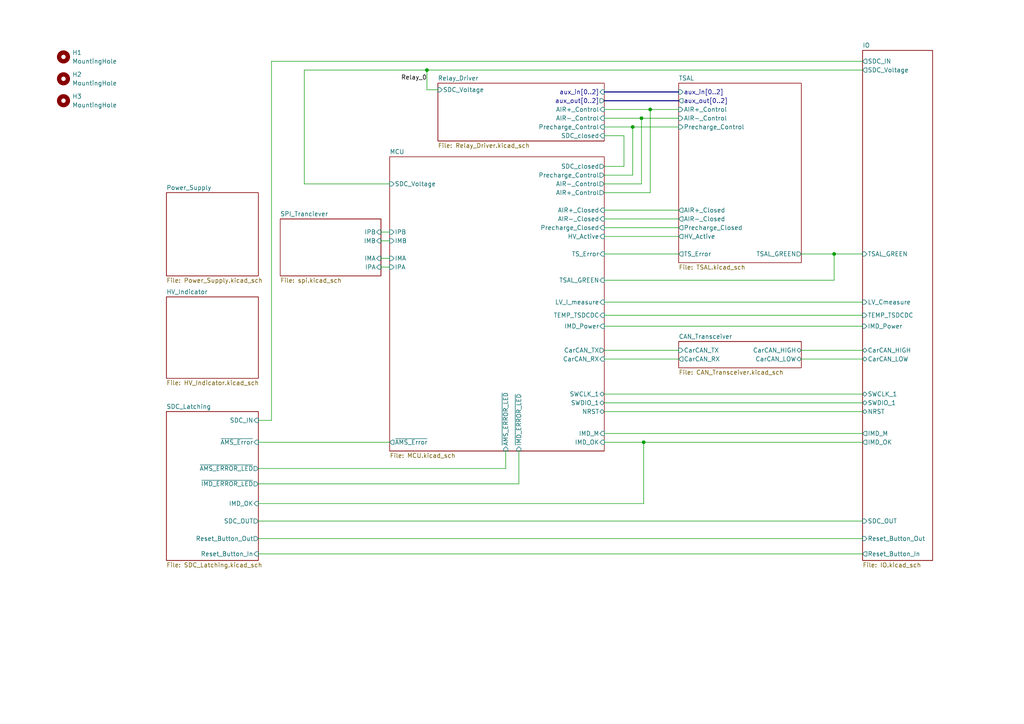
<source format=kicad_sch>
(kicad_sch
	(version 20231120)
	(generator "eeschema")
	(generator_version "8.0")
	(uuid "e63e39d7-6ac0-4ffd-8aa3-1841a4541b55")
	(paper "A4")
	(lib_symbols
		(symbol "Mechanical:MountingHole"
			(pin_names
				(offset 1.016)
			)
			(exclude_from_sim yes)
			(in_bom no)
			(on_board yes)
			(property "Reference" "H"
				(at 0 5.08 0)
				(effects
					(font
						(size 1.27 1.27)
					)
				)
			)
			(property "Value" "MountingHole"
				(at 0 3.175 0)
				(effects
					(font
						(size 1.27 1.27)
					)
				)
			)
			(property "Footprint" ""
				(at 0 0 0)
				(effects
					(font
						(size 1.27 1.27)
					)
					(hide yes)
				)
			)
			(property "Datasheet" "~"
				(at 0 0 0)
				(effects
					(font
						(size 1.27 1.27)
					)
					(hide yes)
				)
			)
			(property "Description" "Mounting Hole without connection"
				(at 0 0 0)
				(effects
					(font
						(size 1.27 1.27)
					)
					(hide yes)
				)
			)
			(property "ki_keywords" "mounting hole"
				(at 0 0 0)
				(effects
					(font
						(size 1.27 1.27)
					)
					(hide yes)
				)
			)
			(property "ki_fp_filters" "MountingHole*"
				(at 0 0 0)
				(effects
					(font
						(size 1.27 1.27)
					)
					(hide yes)
				)
			)
			(symbol "MountingHole_0_1"
				(circle
					(center 0 0)
					(radius 1.27)
					(stroke
						(width 1.27)
						(type default)
					)
					(fill
						(type none)
					)
				)
			)
		)
	)
	(junction
		(at 241.935 73.66)
		(diameter 0)
		(color 0 0 0 0)
		(uuid "0a7f7cff-c29b-4cc6-9d26-e8a073329d15")
	)
	(junction
		(at 123.825 20.32)
		(diameter 0)
		(color 0 0 0 0)
		(uuid "408fafc3-a377-41a0-b7ba-93182cde2895")
	)
	(junction
		(at 186.69 128.27)
		(diameter 0)
		(color 0 0 0 0)
		(uuid "44793ef5-ff1a-4dd7-a42e-e257f8b8042e")
	)
	(junction
		(at 188.595 31.75)
		(diameter 0)
		(color 0 0 0 0)
		(uuid "4978de48-824e-4da0-ad6c-6a4aefa3ff9d")
	)
	(junction
		(at 183.515 36.83)
		(diameter 0)
		(color 0 0 0 0)
		(uuid "7c350bc1-d08e-421e-9df9-7d582d023d7d")
	)
	(junction
		(at 186.055 34.29)
		(diameter 0)
		(color 0 0 0 0)
		(uuid "a1e57cfd-14f7-4329-8eff-f9f55eb71a7d")
	)
	(wire
		(pts
			(xy 180.975 48.26) (xy 180.975 39.37)
		)
		(stroke
			(width 0)
			(type default)
		)
		(uuid "07f9dc8d-c0d0-4dc9-8401-f12e87290517")
	)
	(wire
		(pts
			(xy 188.595 55.88) (xy 188.595 31.75)
		)
		(stroke
			(width 0)
			(type default)
		)
		(uuid "161c37ee-859e-408a-bfc2-59491a96f951")
	)
	(wire
		(pts
			(xy 175.26 36.83) (xy 183.515 36.83)
		)
		(stroke
			(width 0)
			(type default)
		)
		(uuid "1860a00d-f6ff-4922-be20-059a8da73e09")
	)
	(wire
		(pts
			(xy 175.26 94.615) (xy 250.19 94.615)
		)
		(stroke
			(width 0)
			(type default)
		)
		(uuid "18e14012-8379-44ba-bc03-22592befc89a")
	)
	(wire
		(pts
			(xy 175.26 128.27) (xy 186.69 128.27)
		)
		(stroke
			(width 0)
			(type default)
		)
		(uuid "1b75a20a-67f1-4c22-93ad-86624ea64c65")
	)
	(wire
		(pts
			(xy 186.055 34.29) (xy 196.85 34.29)
		)
		(stroke
			(width 0)
			(type default)
		)
		(uuid "1db01ef0-e8ca-4592-b2d3-07fb736a1c26")
	)
	(wire
		(pts
			(xy 110.49 67.31) (xy 113.03 67.31)
		)
		(stroke
			(width 0)
			(type default)
		)
		(uuid "24f82c31-79c3-42d8-ae53-1dfc0417f292")
	)
	(wire
		(pts
			(xy 186.69 128.27) (xy 186.69 146.05)
		)
		(stroke
			(width 0)
			(type default)
		)
		(uuid "30e997bf-188f-4d9b-bd84-fbf9b303fdbc")
	)
	(bus
		(pts
			(xy 175.26 29.21) (xy 196.85 29.21)
		)
		(stroke
			(width 0)
			(type default)
		)
		(uuid "31ffb8c5-4965-42af-9ed5-2cde8d5c615d")
	)
	(wire
		(pts
			(xy 175.26 31.75) (xy 188.595 31.75)
		)
		(stroke
			(width 0)
			(type default)
		)
		(uuid "32c45256-301b-4d4b-9c80-908f3eaa6645")
	)
	(wire
		(pts
			(xy 78.74 17.78) (xy 250.19 17.78)
		)
		(stroke
			(width 0)
			(type default)
		)
		(uuid "39b04c6a-a164-49f1-abea-a3a32285d465")
	)
	(wire
		(pts
			(xy 175.26 81.28) (xy 241.935 81.28)
		)
		(stroke
			(width 0)
			(type default)
		)
		(uuid "3aeadea1-001e-4433-96d3-f973553a40ce")
	)
	(wire
		(pts
			(xy 88.265 53.34) (xy 113.03 53.34)
		)
		(stroke
			(width 0)
			(type default)
		)
		(uuid "43ff35e9-7cd8-4f62-aee2-70328842afeb")
	)
	(wire
		(pts
			(xy 74.93 156.21) (xy 250.19 156.21)
		)
		(stroke
			(width 0)
			(type default)
		)
		(uuid "4c72069e-2911-45fc-ac82-d63dbffe3b04")
	)
	(wire
		(pts
			(xy 183.515 36.83) (xy 183.515 50.8)
		)
		(stroke
			(width 0)
			(type default)
		)
		(uuid "4ec701c3-5b60-44fd-aa98-394de6f7caab")
	)
	(wire
		(pts
			(xy 188.595 31.75) (xy 196.85 31.75)
		)
		(stroke
			(width 0)
			(type default)
		)
		(uuid "51e28119-6df5-4157-ad5a-a917e8c3b6f3")
	)
	(wire
		(pts
			(xy 232.41 104.14) (xy 250.19 104.14)
		)
		(stroke
			(width 0)
			(type default)
		)
		(uuid "52f50848-80d1-428f-ab45-bb31bf0b1bf9")
	)
	(wire
		(pts
			(xy 110.49 77.47) (xy 113.03 77.47)
		)
		(stroke
			(width 0)
			(type default)
		)
		(uuid "54692d45-1676-44b5-883b-2bc41b0fdb8c")
	)
	(wire
		(pts
			(xy 74.93 140.335) (xy 150.495 140.335)
		)
		(stroke
			(width 0)
			(type default)
		)
		(uuid "56636031-e736-471a-aef1-0ac263156ba7")
	)
	(wire
		(pts
			(xy 175.26 73.66) (xy 196.85 73.66)
		)
		(stroke
			(width 0)
			(type default)
		)
		(uuid "59c97f32-e3dc-44cd-97bd-a21f9f2761ed")
	)
	(wire
		(pts
			(xy 175.26 50.8) (xy 183.515 50.8)
		)
		(stroke
			(width 0)
			(type default)
		)
		(uuid "619d8902-06d2-4923-bb65-cfa8d092be87")
	)
	(wire
		(pts
			(xy 74.93 128.27) (xy 113.03 128.27)
		)
		(stroke
			(width 0)
			(type default)
		)
		(uuid "6d2f0521-9da9-4af2-a499-d52735120f75")
	)
	(wire
		(pts
			(xy 110.49 69.85) (xy 113.03 69.85)
		)
		(stroke
			(width 0)
			(type default)
		)
		(uuid "6f739289-0d73-4828-8ed9-0bb5278b8b5b")
	)
	(wire
		(pts
			(xy 150.495 130.81) (xy 150.495 140.335)
		)
		(stroke
			(width 0)
			(type default)
		)
		(uuid "6f995fe1-0166-4ccb-ab08-e9ce4b1480ae")
	)
	(wire
		(pts
			(xy 175.26 114.3) (xy 250.19 114.3)
		)
		(stroke
			(width 0)
			(type default)
		)
		(uuid "72de219e-ea5c-4118-91e1-aa7450812977")
	)
	(wire
		(pts
			(xy 175.26 119.38) (xy 250.19 119.38)
		)
		(stroke
			(width 0)
			(type default)
		)
		(uuid "750042e4-ec72-4b72-a7a1-170d65b6a550")
	)
	(wire
		(pts
			(xy 74.93 121.92) (xy 78.74 121.92)
		)
		(stroke
			(width 0)
			(type default)
		)
		(uuid "78a24785-3b42-46fa-9caf-3fc007c85f2c")
	)
	(wire
		(pts
			(xy 241.935 73.66) (xy 250.19 73.66)
		)
		(stroke
			(width 0)
			(type default)
		)
		(uuid "79c4682b-6f04-465e-bf87-1364ab0de3e5")
	)
	(wire
		(pts
			(xy 241.935 73.66) (xy 241.935 81.28)
		)
		(stroke
			(width 0)
			(type default)
		)
		(uuid "7bf839f6-fe27-416f-b4fb-8b45d66e9c7a")
	)
	(wire
		(pts
			(xy 175.26 53.34) (xy 186.055 53.34)
		)
		(stroke
			(width 0)
			(type default)
		)
		(uuid "7eae9a3b-04d0-4025-90cb-4b284bd379ef")
	)
	(wire
		(pts
			(xy 123.825 26.035) (xy 127 26.035)
		)
		(stroke
			(width 0)
			(type default)
		)
		(uuid "7fe8261e-9374-4542-8746-31b48c970009")
	)
	(wire
		(pts
			(xy 88.265 20.32) (xy 88.265 53.34)
		)
		(stroke
			(width 0)
			(type default)
		)
		(uuid "86c8f75c-d22e-41f4-9b54-7366753afa46")
	)
	(wire
		(pts
			(xy 175.26 66.04) (xy 196.85 66.04)
		)
		(stroke
			(width 0)
			(type default)
		)
		(uuid "879ccb09-3504-4864-9c31-833d63a283d6")
	)
	(wire
		(pts
			(xy 175.26 34.29) (xy 186.055 34.29)
		)
		(stroke
			(width 0)
			(type default)
		)
		(uuid "8893e1cb-365b-4c9c-a85e-2244f030fd1e")
	)
	(wire
		(pts
			(xy 110.49 74.93) (xy 113.03 74.93)
		)
		(stroke
			(width 0)
			(type default)
		)
		(uuid "8b1d64f7-3258-49b4-92aa-93c8541190ba")
	)
	(wire
		(pts
			(xy 232.41 73.66) (xy 241.935 73.66)
		)
		(stroke
			(width 0)
			(type default)
		)
		(uuid "8f2e9e26-e3f1-440c-a826-c9d96000f0ea")
	)
	(wire
		(pts
			(xy 186.69 128.27) (xy 250.19 128.27)
		)
		(stroke
			(width 0)
			(type default)
		)
		(uuid "970ec349-aa6c-4058-9a8a-06f8b0ada789")
	)
	(wire
		(pts
			(xy 123.825 20.32) (xy 123.825 26.035)
		)
		(stroke
			(width 0)
			(type default)
		)
		(uuid "9eaca443-67c5-43d3-a2cb-8dc2134d743d")
	)
	(wire
		(pts
			(xy 175.26 87.63) (xy 250.19 87.63)
		)
		(stroke
			(width 0)
			(type default)
		)
		(uuid "a07ba9bc-6ee6-4356-918f-f47ec7cc369e")
	)
	(wire
		(pts
			(xy 74.93 160.655) (xy 250.19 160.655)
		)
		(stroke
			(width 0)
			(type default)
		)
		(uuid "a14d2587-5011-4932-895b-968b85fb9c29")
	)
	(wire
		(pts
			(xy 175.26 125.73) (xy 250.19 125.73)
		)
		(stroke
			(width 0)
			(type default)
		)
		(uuid "a268a543-1d94-4c7d-9e93-681aa6017876")
	)
	(wire
		(pts
			(xy 175.26 68.58) (xy 196.85 68.58)
		)
		(stroke
			(width 0)
			(type default)
		)
		(uuid "b509a92c-b91c-4e42-b9e3-f73c6491975d")
	)
	(wire
		(pts
			(xy 175.26 101.6) (xy 196.85 101.6)
		)
		(stroke
			(width 0)
			(type default)
		)
		(uuid "bbd9a530-d966-44db-b792-6b8364074399")
	)
	(wire
		(pts
			(xy 183.515 36.83) (xy 196.85 36.83)
		)
		(stroke
			(width 0)
			(type default)
		)
		(uuid "bd7c142b-1b4a-4e3e-891a-2fc7994c4031")
	)
	(wire
		(pts
			(xy 180.975 39.37) (xy 175.26 39.37)
		)
		(stroke
			(width 0)
			(type default)
		)
		(uuid "c4a85f6c-5ba7-40d8-af18-4a31720497a2")
	)
	(wire
		(pts
			(xy 175.26 116.84) (xy 250.19 116.84)
		)
		(stroke
			(width 0)
			(type default)
		)
		(uuid "c7fe1963-cd78-4101-8ef6-6dcc644a8e7d")
	)
	(wire
		(pts
			(xy 175.26 91.44) (xy 250.19 91.44)
		)
		(stroke
			(width 0)
			(type default)
		)
		(uuid "cca14e52-daa2-472f-b950-9a1276c72fee")
	)
	(bus
		(pts
			(xy 175.26 26.67) (xy 196.85 26.67)
		)
		(stroke
			(width 0)
			(type default)
		)
		(uuid "cea651cf-4b09-4040-866b-09f29baccde7")
	)
	(wire
		(pts
			(xy 74.93 151.13) (xy 250.19 151.13)
		)
		(stroke
			(width 0)
			(type default)
		)
		(uuid "d0c6c499-7a00-48b4-bd4b-891bbdb16994")
	)
	(wire
		(pts
			(xy 146.685 135.89) (xy 146.685 130.81)
		)
		(stroke
			(width 0)
			(type default)
		)
		(uuid "d316bfb3-2c73-4ff1-84e3-75c482cbfaa2")
	)
	(wire
		(pts
			(xy 175.26 104.14) (xy 196.85 104.14)
		)
		(stroke
			(width 0)
			(type default)
		)
		(uuid "d53b8b6f-dec9-4a34-9e59-6fc2f5bafc6c")
	)
	(wire
		(pts
			(xy 175.26 63.5) (xy 196.85 63.5)
		)
		(stroke
			(width 0)
			(type default)
		)
		(uuid "d88aee4c-fb2b-496d-98dc-785013c70a8c")
	)
	(wire
		(pts
			(xy 180.975 48.26) (xy 175.26 48.26)
		)
		(stroke
			(width 0)
			(type default)
		)
		(uuid "df7a4fb7-c0df-4747-a51c-5b6d57141fc8")
	)
	(wire
		(pts
			(xy 74.93 135.89) (xy 146.685 135.89)
		)
		(stroke
			(width 0)
			(type default)
		)
		(uuid "e0757bcb-e970-4f03-94f2-6301484ac229")
	)
	(wire
		(pts
			(xy 123.825 20.32) (xy 250.19 20.32)
		)
		(stroke
			(width 0)
			(type default)
		)
		(uuid "e4022d97-9262-4b9e-8880-03a4afd73d19")
	)
	(wire
		(pts
			(xy 74.93 146.05) (xy 186.69 146.05)
		)
		(stroke
			(width 0)
			(type default)
		)
		(uuid "ea203829-7c79-4d55-8c55-d3d8ecb641ef")
	)
	(wire
		(pts
			(xy 88.265 20.32) (xy 123.825 20.32)
		)
		(stroke
			(width 0)
			(type default)
		)
		(uuid "ec66eea5-ae96-4bf7-93db-2f86111f3986")
	)
	(wire
		(pts
			(xy 78.74 17.78) (xy 78.74 121.92)
		)
		(stroke
			(width 0)
			(type default)
		)
		(uuid "ef04e179-1035-430f-b8a3-37f6edb09c73")
	)
	(wire
		(pts
			(xy 232.41 101.6) (xy 250.19 101.6)
		)
		(stroke
			(width 0)
			(type default)
		)
		(uuid "f4eb62d3-6998-4510-806f-341547b3745d")
	)
	(wire
		(pts
			(xy 186.055 34.29) (xy 186.055 53.34)
		)
		(stroke
			(width 0)
			(type default)
		)
		(uuid "f883506b-40b7-4a33-8b08-87bb566721c7")
	)
	(wire
		(pts
			(xy 175.26 60.96) (xy 196.85 60.96)
		)
		(stroke
			(width 0)
			(type default)
		)
		(uuid "f9d34e50-92ea-47a4-8b48-a188792d1fba")
	)
	(wire
		(pts
			(xy 175.26 55.88) (xy 188.595 55.88)
		)
		(stroke
			(width 0)
			(type default)
		)
		(uuid "fa484b90-07b7-4a9e-9fea-6e2a33d9559c")
	)
	(label "Relay_0"
		(at 123.825 23.495 180)
		(fields_autoplaced yes)
		(effects
			(font
				(size 1.27 1.27)
				(color 0 0 0 1)
			)
			(justify right bottom)
		)
		(uuid "5a0c03f1-96bf-4aa0-a982-95eb41ebc984")
		(property "Netclass" "Relay"
			(at 123.825 24.765 0)
			(effects
				(font
					(size 1.27 1.27)
					(bold yes)
					(italic yes)
				)
				(justify right)
				(hide yes)
			)
		)
	)
	(symbol
		(lib_id "Mechanical:MountingHole")
		(at 18.415 22.86 0)
		(unit 1)
		(exclude_from_sim yes)
		(in_bom no)
		(on_board yes)
		(dnp no)
		(fields_autoplaced yes)
		(uuid "21853630-98ed-40d6-a6a4-eace38ba178b")
		(property "Reference" "H2"
			(at 20.955 21.5899 0)
			(effects
				(font
					(size 1.27 1.27)
				)
				(justify left)
			)
		)
		(property "Value" "MountingHole"
			(at 20.955 24.1299 0)
			(effects
				(font
					(size 1.27 1.27)
				)
				(justify left)
			)
		)
		(property "Footprint" "MountingHole:MountingHole_4.3mm_M4"
			(at 18.415 22.86 0)
			(effects
				(font
					(size 1.27 1.27)
				)
				(hide yes)
			)
		)
		(property "Datasheet" "~"
			(at 18.415 22.86 0)
			(effects
				(font
					(size 1.27 1.27)
				)
				(hide yes)
			)
		)
		(property "Description" "Mounting Hole without connection"
			(at 18.415 22.86 0)
			(effects
				(font
					(size 1.27 1.27)
				)
				(hide yes)
			)
		)
		(instances
			(project "Master_FT25"
				(path "/e63e39d7-6ac0-4ffd-8aa3-1841a4541b55"
					(reference "H2")
					(unit 1)
				)
			)
		)
	)
	(symbol
		(lib_id "Mechanical:MountingHole")
		(at 18.415 16.51 0)
		(unit 1)
		(exclude_from_sim yes)
		(in_bom no)
		(on_board yes)
		(dnp no)
		(fields_autoplaced yes)
		(uuid "a2972b97-1264-4697-a55c-9d28d1e676e2")
		(property "Reference" "H1"
			(at 20.955 15.2399 0)
			(effects
				(font
					(size 1.27 1.27)
				)
				(justify left)
			)
		)
		(property "Value" "MountingHole"
			(at 20.955 17.7799 0)
			(effects
				(font
					(size 1.27 1.27)
				)
				(justify left)
			)
		)
		(property "Footprint" "MountingHole:MountingHole_4.3mm_M4"
			(at 18.415 16.51 0)
			(effects
				(font
					(size 1.27 1.27)
				)
				(hide yes)
			)
		)
		(property "Datasheet" "~"
			(at 18.415 16.51 0)
			(effects
				(font
					(size 1.27 1.27)
				)
				(hide yes)
			)
		)
		(property "Description" "Mounting Hole without connection"
			(at 18.415 16.51 0)
			(effects
				(font
					(size 1.27 1.27)
				)
				(hide yes)
			)
		)
		(instances
			(project "Master_FT25"
				(path "/e63e39d7-6ac0-4ffd-8aa3-1841a4541b55"
					(reference "H1")
					(unit 1)
				)
			)
		)
	)
	(symbol
		(lib_id "Mechanical:MountingHole")
		(at 18.415 29.21 0)
		(unit 1)
		(exclude_from_sim yes)
		(in_bom no)
		(on_board yes)
		(dnp no)
		(fields_autoplaced yes)
		(uuid "d1527598-7f4d-46c2-9d81-1aa748b9fa8d")
		(property "Reference" "H3"
			(at 20.955 27.9399 0)
			(effects
				(font
					(size 1.27 1.27)
				)
				(justify left)
			)
		)
		(property "Value" "MountingHole"
			(at 20.955 30.4799 0)
			(effects
				(font
					(size 1.27 1.27)
				)
				(justify left)
			)
		)
		(property "Footprint" "MountingHole:MountingHole_4.3mm_M4"
			(at 18.415 29.21 0)
			(effects
				(font
					(size 1.27 1.27)
				)
				(hide yes)
			)
		)
		(property "Datasheet" "~"
			(at 18.415 29.21 0)
			(effects
				(font
					(size 1.27 1.27)
				)
				(hide yes)
			)
		)
		(property "Description" "Mounting Hole without connection"
			(at 18.415 29.21 0)
			(effects
				(font
					(size 1.27 1.27)
				)
				(hide yes)
			)
		)
		(instances
			(project "Master_FT25"
				(path "/e63e39d7-6ac0-4ffd-8aa3-1841a4541b55"
					(reference "H3")
					(unit 1)
				)
			)
		)
	)
	(sheet
		(at 48.26 119.38)
		(size 26.67 43.18)
		(fields_autoplaced yes)
		(stroke
			(width 0.1524)
			(type solid)
		)
		(fill
			(color 0 0 0 0.0000)
		)
		(uuid "1faf3ef0-baac-46e1-a293-a43d671ef048")
		(property "Sheetname" "SDC_Latching"
			(at 48.26 118.6684 0)
			(effects
				(font
					(size 1.27 1.27)
				)
				(justify left bottom)
			)
		)
		(property "Sheetfile" "SDC_Latching.kicad_sch"
			(at 48.26 163.1446 0)
			(effects
				(font
					(size 1.27 1.27)
				)
				(justify left top)
			)
		)
		(pin "Reset_Button_In" input
			(at 74.93 160.655 0)
			(effects
				(font
					(size 1.27 1.27)
				)
				(justify right)
			)
			(uuid "d29d350b-902b-4201-b78d-3987c1d43101")
		)
		(pin "Reset_Button_Out" output
			(at 74.93 156.21 0)
			(effects
				(font
					(size 1.27 1.27)
				)
				(justify right)
			)
			(uuid "b3467c47-149f-4dd6-96a3-1425c5e65cd6")
		)
		(pin "SDC_OUT" output
			(at 74.93 151.13 0)
			(effects
				(font
					(size 1.27 1.27)
				)
				(justify right)
			)
			(uuid "04195bc4-f957-489b-8e05-747e1a2601f4")
		)
		(pin "SDC_IN" input
			(at 74.93 121.92 0)
			(effects
				(font
					(size 1.27 1.27)
				)
				(justify right)
			)
			(uuid "92e1de3b-0808-4574-9811-f75c22fccddf")
		)
		(pin "~{AMS_Error}" input
			(at 74.93 128.27 0)
			(effects
				(font
					(size 1.27 1.27)
				)
				(justify right)
			)
			(uuid "d4f4818d-c3c7-4eeb-9c52-aad858d58f30")
		)
		(pin "IMD_OK" input
			(at 74.93 146.05 0)
			(effects
				(font
					(size 1.27 1.27)
				)
				(justify right)
			)
			(uuid "44e26c19-37fa-4e80-adb7-6f8f90521f09")
		)
		(pin "~{AMS_ERROR_LED}" output
			(at 74.93 135.89 0)
			(effects
				(font
					(size 1.27 1.27)
				)
				(justify right)
			)
			(uuid "db873ff3-3fa6-46f9-acf2-1776292c3326")
		)
		(pin "~{IMD_ERROR_LED}" output
			(at 74.93 140.335 0)
			(effects
				(font
					(size 1.27 1.27)
				)
				(justify right)
			)
			(uuid "1e0ea0b3-c0a4-42d3-b88d-ab6314267023")
		)
		(instances
			(project "Master_FT25"
				(path "/e63e39d7-6ac0-4ffd-8aa3-1841a4541b55"
					(page "10")
				)
			)
		)
	)
	(sheet
		(at 48.26 55.88)
		(size 26.67 24.13)
		(fields_autoplaced yes)
		(stroke
			(width 0.1524)
			(type solid)
		)
		(fill
			(color 0 0 0 0.0000)
		)
		(uuid "22dc17c4-8352-43f2-bb65-d704323b2333")
		(property "Sheetname" "Power_Supply"
			(at 48.26 55.1684 0)
			(effects
				(font
					(size 1.27 1.27)
				)
				(justify left bottom)
			)
		)
		(property "Sheetfile" "Power_Supply.kicad_sch"
			(at 48.26 80.5946 0)
			(effects
				(font
					(size 1.27 1.27)
				)
				(justify left top)
			)
		)
		(instances
			(project "Master_FT25"
				(path "/e63e39d7-6ac0-4ffd-8aa3-1841a4541b55"
					(page "8")
				)
			)
		)
	)
	(sheet
		(at 196.85 24.13)
		(size 35.56 52.07)
		(fields_autoplaced yes)
		(stroke
			(width 0.1524)
			(type solid)
		)
		(fill
			(color 0 0 0 0.0000)
		)
		(uuid "5ce1aa0c-f98f-4b94-80bd-f188cf4c57de")
		(property "Sheetname" "TSAL"
			(at 196.85 23.4184 0)
			(effects
				(font
					(size 1.27 1.27)
				)
				(justify left bottom)
			)
		)
		(property "Sheetfile" "TSAL.kicad_sch"
			(at 196.85 76.7846 0)
			(effects
				(font
					(size 1.27 1.27)
				)
				(justify left top)
			)
		)
		(pin "AIR-_Closed" output
			(at 196.85 63.5 180)
			(effects
				(font
					(size 1.27 1.27)
				)
				(justify left)
			)
			(uuid "7f4f978d-1e5d-4a43-b1bf-c4fa7649bd7e")
		)
		(pin "AIR-_Control" input
			(at 196.85 34.29 180)
			(effects
				(font
					(size 1.27 1.27)
				)
				(justify left)
			)
			(uuid "14206ec6-7d56-4612-a521-5201573867ec")
		)
		(pin "AIR+_Control" input
			(at 196.85 31.75 180)
			(effects
				(font
					(size 1.27 1.27)
				)
				(justify left)
			)
			(uuid "97639659-6003-4e23-b4ab-f30326d3a9e4")
		)
		(pin "AIR+_Closed" output
			(at 196.85 60.96 180)
			(effects
				(font
					(size 1.27 1.27)
				)
				(justify left)
			)
			(uuid "6395d9db-d4bc-4c2e-9617-d5b2bf2defa3")
		)
		(pin "HV_Active" output
			(at 196.85 68.58 180)
			(effects
				(font
					(size 1.27 1.27)
				)
				(justify left)
			)
			(uuid "9bc0c846-6b29-4e4d-a0d2-1bffadd4b174")
		)
		(pin "aux_in[0..2]" input
			(at 196.85 26.67 180)
			(effects
				(font
					(size 1.27 1.27)
				)
				(justify left)
			)
			(uuid "62f5980a-ba24-42c2-bf17-3ba93154ccbe")
		)
		(pin "aux_out[0..2]" output
			(at 196.85 29.21 180)
			(effects
				(font
					(size 1.27 1.27)
				)
				(justify left)
			)
			(uuid "7b7686bc-62db-4756-a60c-2a44d69edb52")
		)
		(pin "TS_Error" output
			(at 196.85 73.66 180)
			(effects
				(font
					(size 1.27 1.27)
				)
				(justify left)
			)
			(uuid "2448d2bd-f095-4512-bdbb-8c68f77aacaa")
		)
		(pin "Precharge_Closed" output
			(at 196.85 66.04 180)
			(effects
				(font
					(size 1.27 1.27)
				)
				(justify left)
			)
			(uuid "93060461-877f-42a6-80bd-dbb98ff86726")
		)
		(pin "Precharge_Control" input
			(at 196.85 36.83 180)
			(effects
				(font
					(size 1.27 1.27)
				)
				(justify left)
			)
			(uuid "1df4d53f-ddfd-42ee-ba3c-fb3c93ade126")
		)
		(pin "TSAL_GREEN" output
			(at 232.41 73.66 0)
			(effects
				(font
					(size 1.27 1.27)
				)
				(justify right)
			)
			(uuid "a160ed03-0ccc-4e23-a6c8-c4e67a7fba77")
		)
		(instances
			(project "Master_FT25"
				(path "/e63e39d7-6ac0-4ffd-8aa3-1841a4541b55"
					(page "2")
				)
			)
		)
	)
	(sheet
		(at 48.26 86.106)
		(size 26.67 23.622)
		(fields_autoplaced yes)
		(stroke
			(width 0.1524)
			(type solid)
		)
		(fill
			(color 0 0 0 0.0000)
		)
		(uuid "79aa61b0-3913-4dd5-85ac-a55bcc701429")
		(property "Sheetname" "HV_Indicator"
			(at 48.26 85.3944 0)
			(effects
				(font
					(size 1.27 1.27)
				)
				(justify left bottom)
			)
		)
		(property "Sheetfile" "HV_Indicator.kicad_sch"
			(at 48.26 110.3126 0)
			(effects
				(font
					(size 1.27 1.27)
				)
				(justify left top)
			)
		)
		(instances
			(project "Master_FT25"
				(path "/e63e39d7-6ac0-4ffd-8aa3-1841a4541b55"
					(page "11")
				)
			)
		)
	)
	(sheet
		(at 81.28 63.5)
		(size 29.21 16.51)
		(fields_autoplaced yes)
		(stroke
			(width 0.1524)
			(type solid)
		)
		(fill
			(color 0 0 0 0.0000)
		)
		(uuid "7ea6d794-d6f7-459d-b00f-ed5a8a0446d9")
		(property "Sheetname" "SPI_Tranciever"
			(at 81.28 62.7884 0)
			(effects
				(font
					(size 1.27 1.27)
				)
				(justify left bottom)
			)
		)
		(property "Sheetfile" "spi.kicad_sch"
			(at 81.28 80.5946 0)
			(effects
				(font
					(size 1.27 1.27)
				)
				(justify left top)
			)
		)
		(pin "IPB" input
			(at 110.49 67.31 0)
			(effects
				(font
					(size 1.27 1.27)
				)
				(justify right)
			)
			(uuid "12d18ded-a9ec-4a47-a265-cb4b48bd9928")
		)
		(pin "IMB" input
			(at 110.49 69.85 0)
			(effects
				(font
					(size 1.27 1.27)
				)
				(justify right)
			)
			(uuid "4f5cbb16-21f4-4acb-beed-5735b597fc51")
		)
		(pin "IMA" input
			(at 110.49 74.93 0)
			(effects
				(font
					(size 1.27 1.27)
				)
				(justify right)
			)
			(uuid "fd58e044-12b4-4992-9f63-d59e347d92a5")
		)
		(pin "IPA" input
			(at 110.49 77.47 0)
			(effects
				(font
					(size 1.27 1.27)
				)
				(justify right)
			)
			(uuid "212208da-4d93-4618-932d-5d0895edf826")
		)
		(instances
			(project "Master_FT25"
				(path "/e63e39d7-6ac0-4ffd-8aa3-1841a4541b55"
					(page "15")
				)
			)
		)
	)
	(sheet
		(at 127 24.13)
		(size 48.26 16.764)
		(fields_autoplaced yes)
		(stroke
			(width 0.1524)
			(type solid)
		)
		(fill
			(color 0 0 0 0.0000)
		)
		(uuid "95b8e8bb-175b-4c26-b28f-f18dafbb4793")
		(property "Sheetname" "Relay_Driver"
			(at 127 23.4184 0)
			(effects
				(font
					(size 1.27 1.27)
				)
				(justify left bottom)
			)
		)
		(property "Sheetfile" "Relay_Driver.kicad_sch"
			(at 127 41.4786 0)
			(effects
				(font
					(size 1.27 1.27)
				)
				(justify left top)
			)
		)
		(pin "AIR-_Control" input
			(at 175.26 34.29 0)
			(effects
				(font
					(size 1.27 1.27)
				)
				(justify right)
			)
			(uuid "7edf1e41-024c-4116-abe5-cfef0d5a0efc")
		)
		(pin "AIR+_Control" input
			(at 175.26 31.75 0)
			(effects
				(font
					(size 1.27 1.27)
				)
				(justify right)
			)
			(uuid "6e3f7547-4f06-4521-bf16-8b7f213f0b60")
		)
		(pin "aux_out[0..2]" output
			(at 175.26 29.21 0)
			(effects
				(font
					(size 1.27 1.27)
				)
				(justify right)
			)
			(uuid "bf289db5-5459-48e2-b88f-d9d16213c777")
		)
		(pin "aux_in[0..2]" input
			(at 175.26 26.67 0)
			(effects
				(font
					(size 1.27 1.27)
				)
				(justify right)
			)
			(uuid "870086fa-587c-431c-a862-2d36619d4ebf")
		)
		(pin "Precharge_Control" input
			(at 175.26 36.83 0)
			(effects
				(font
					(size 1.27 1.27)
				)
				(justify right)
			)
			(uuid "64c41c50-b9c1-41ea-996a-a9c20799ff11")
		)
		(pin "SDC_Voltage" input
			(at 127 26.035 180)
			(effects
				(font
					(size 1.27 1.27)
				)
				(justify left)
			)
			(uuid "4d634957-f32f-40f3-8540-70e44430ba5a")
		)
		(pin "SDC_closed" input
			(at 175.26 39.37 0)
			(effects
				(font
					(size 1.27 1.27)
				)
				(justify right)
			)
			(uuid "4c65f1ce-a9bc-4c5f-8403-bedb975d8eb2")
		)
		(instances
			(project "Master_FT25"
				(path "/e63e39d7-6ac0-4ffd-8aa3-1841a4541b55"
					(page "9")
				)
			)
		)
	)
	(sheet
		(at 113.03 45.466)
		(size 62.23 85.344)
		(fields_autoplaced yes)
		(stroke
			(width 0.1524)
			(type solid)
		)
		(fill
			(color 0 0 0 0.0000)
		)
		(uuid "9b70877c-37a9-427a-bda0-c62874ddc559")
		(property "Sheetname" "MCU"
			(at 113.03 44.7544 0)
			(effects
				(font
					(size 1.27 1.27)
				)
				(justify left bottom)
			)
		)
		(property "Sheetfile" "MCU.kicad_sch"
			(at 113.03 131.3946 0)
			(effects
				(font
					(size 1.27 1.27)
				)
				(justify left top)
			)
		)
		(pin "CarCAN_TX" output
			(at 175.26 101.6 0)
			(effects
				(font
					(size 1.27 1.27)
				)
				(justify right)
			)
			(uuid "f47ef6c8-b550-4302-a5a7-6ab5a6184e74")
		)
		(pin "SWCLK_1" bidirectional
			(at 175.26 114.3 0)
			(effects
				(font
					(size 1.27 1.27)
				)
				(justify right)
			)
			(uuid "605a061b-4108-46bb-8fff-97cfb674055b")
		)
		(pin "SWDIO_1" bidirectional
			(at 175.26 116.84 0)
			(effects
				(font
					(size 1.27 1.27)
				)
				(justify right)
			)
			(uuid "92a776b3-e16c-4951-958d-ef2fb53709a9")
		)
		(pin "CarCAN_RX" input
			(at 175.26 104.14 0)
			(effects
				(font
					(size 1.27 1.27)
				)
				(justify right)
			)
			(uuid "04553aed-dc09-4ba7-a9b1-ab4eaf95146d")
		)
		(pin "AIR+_Control" output
			(at 175.26 55.88 0)
			(effects
				(font
					(size 1.27 1.27)
				)
				(justify right)
			)
			(uuid "2269f88f-a85c-4266-ac04-95bf13eb0efd")
		)
		(pin "AIR-_Control" output
			(at 175.26 53.34 0)
			(effects
				(font
					(size 1.27 1.27)
				)
				(justify right)
			)
			(uuid "d79f89ef-7e64-42d3-9138-46893922b4a9")
		)
		(pin "HV_Active" input
			(at 175.26 68.58 0)
			(effects
				(font
					(size 1.27 1.27)
				)
				(justify right)
			)
			(uuid "c20f76e0-182a-4af7-a081-ae1f520a5b95")
		)
		(pin "AIR+_Closed" input
			(at 175.26 60.96 0)
			(effects
				(font
					(size 1.27 1.27)
				)
				(justify right)
			)
			(uuid "125a1f4f-2acf-4cea-9a03-25b35d16fb96")
		)
		(pin "AIR-_Closed" input
			(at 175.26 63.5 0)
			(effects
				(font
					(size 1.27 1.27)
				)
				(justify right)
			)
			(uuid "fbfd2a87-a250-44fd-96a7-e8079404fc85")
		)
		(pin "SDC_Voltage" input
			(at 113.03 53.34 180)
			(effects
				(font
					(size 1.27 1.27)
				)
				(justify left)
			)
			(uuid "3329bc08-3485-4d06-b547-eed9d73de875")
		)
		(pin "IMD_OK" input
			(at 175.26 128.27 0)
			(effects
				(font
					(size 1.27 1.27)
				)
				(justify right)
			)
			(uuid "2f1fce94-ecdd-445f-a70b-53aa628f7126")
		)
		(pin "TS_Error" input
			(at 175.26 73.66 0)
			(effects
				(font
					(size 1.27 1.27)
				)
				(justify right)
			)
			(uuid "e3623c8f-21c5-4339-8297-19f16439a3f4")
		)
		(pin "IMD_M" input
			(at 175.26 125.73 0)
			(effects
				(font
					(size 1.27 1.27)
				)
				(justify right)
			)
			(uuid "8bae7699-4069-414c-8d5a-73d7082e11e5")
		)
		(pin "Precharge_Control" output
			(at 175.26 50.8 0)
			(effects
				(font
					(size 1.27 1.27)
				)
				(justify right)
			)
			(uuid "cdca4c58-1262-4bde-80f4-02b467f8aafe")
		)
		(pin "Precharge_Closed" input
			(at 175.26 66.04 0)
			(effects
				(font
					(size 1.27 1.27)
				)
				(justify right)
			)
			(uuid "f2f0c2fe-7ac4-4a48-bfa7-9d0e6e156dc7")
		)
		(pin "~{AMS_Error}" output
			(at 113.03 128.27 180)
			(effects
				(font
					(size 1.27 1.27)
				)
				(justify left)
			)
			(uuid "65e84e94-ce74-43d6-a40c-f2a3cd2a6ac8")
		)
		(pin "IMB" input
			(at 113.03 69.85 180)
			(effects
				(font
					(size 1.27 1.27)
				)
				(justify left)
			)
			(uuid "9695f347-9a45-415a-a0c0-c9817bf10ea3")
		)
		(pin "IMA" input
			(at 113.03 74.93 180)
			(effects
				(font
					(size 1.27 1.27)
				)
				(justify left)
			)
			(uuid "a62c6dcb-8b7d-4a24-adec-3aba3d84e6ab")
		)
		(pin "IPA" input
			(at 113.03 77.47 180)
			(effects
				(font
					(size 1.27 1.27)
				)
				(justify left)
			)
			(uuid "409a6711-a53b-4ad0-a904-98393d158eed")
		)
		(pin "IPB" input
			(at 113.03 67.31 180)
			(effects
				(font
					(size 1.27 1.27)
				)
				(justify left)
			)
			(uuid "a0783acc-e661-4dd4-bb10-3985abf0e608")
		)
		(pin "~{IMD_ERROR_LED}" input
			(at 150.495 130.81 270)
			(effects
				(font
					(size 1.27 1.27)
				)
				(justify left)
			)
			(uuid "3c6c52fa-82f4-40f6-8656-08db2fe24843")
		)
		(pin "~{AMS_ERROR_LED}" input
			(at 146.685 130.81 270)
			(effects
				(font
					(size 1.27 1.27)
				)
				(justify left)
			)
			(uuid "98921bb8-c18c-427f-8b3d-3fbc3b24206d")
		)
		(pin "TSAL_GREEN" input
			(at 175.26 81.28 0)
			(effects
				(font
					(size 1.27 1.27)
				)
				(justify right)
			)
			(uuid "c8c1c101-9fca-4c91-b1ff-0ae7a322ed0e")
		)
		(pin "IMD_Power" input
			(at 175.26 94.615 0)
			(effects
				(font
					(size 1.27 1.27)
				)
				(justify right)
			)
			(uuid "b5f88973-9cf9-48af-a376-4344bfa40928")
		)
		(pin "NRST" bidirectional
			(at 175.26 119.38 0)
			(effects
				(font
					(size 1.27 1.27)
				)
				(justify right)
			)
			(uuid "e05a939d-5d9f-44c5-82f0-715cf4d59192")
		)
		(pin "TEMP_TSDCDC" input
			(at 175.26 91.44 0)
			(effects
				(font
					(size 1.27 1.27)
				)
				(justify right)
			)
			(uuid "bad1f67e-a092-4c65-b87d-da69f8343546")
		)
		(pin "LV_I_measure" input
			(at 175.26 87.63 0)
			(effects
				(font
					(size 1.27 1.27)
				)
				(justify right)
			)
			(uuid "df232280-6528-402f-ac89-b7daf1a541da")
		)
		(pin "SDC_closed" output
			(at 175.26 48.26 0)
			(effects
				(font
					(size 1.27 1.27)
				)
				(justify right)
			)
			(uuid "4a5bc6b5-50fc-478c-97e0-cca7410217ca")
		)
		(instances
			(project "Master_FT25"
				(path "/e63e39d7-6ac0-4ffd-8aa3-1841a4541b55"
					(page "7")
				)
			)
		)
	)
	(sheet
		(at 196.85 99.06)
		(size 35.56 7.62)
		(fields_autoplaced yes)
		(stroke
			(width 0.1524)
			(type solid)
		)
		(fill
			(color 0 0 0 0.0000)
		)
		(uuid "c358f375-f19f-4341-b85b-3ee34c210f74")
		(property "Sheetname" "CAN_Transceiver"
			(at 196.85 98.3484 0)
			(effects
				(font
					(size 1.27 1.27)
				)
				(justify left bottom)
			)
		)
		(property "Sheetfile" "CAN_Transceiver.kicad_sch"
			(at 196.85 107.2646 0)
			(effects
				(font
					(size 1.27 1.27)
				)
				(justify left top)
			)
		)
		(pin "CarCAN_HIGH" bidirectional
			(at 232.41 101.6 0)
			(effects
				(font
					(size 1.27 1.27)
				)
				(justify right)
			)
			(uuid "fa65e9f0-a816-4cfb-b357-ecef57b3b82d")
		)
		(pin "CarCAN_LOW" bidirectional
			(at 232.41 104.14 0)
			(effects
				(font
					(size 1.27 1.27)
				)
				(justify right)
			)
			(uuid "934324c6-b02c-4f3e-ac08-05f9d8568f0c")
		)
		(pin "CarCAN_RX" output
			(at 196.85 104.14 180)
			(effects
				(font
					(size 1.27 1.27)
				)
				(justify left)
			)
			(uuid "31629ba9-9ca0-47ad-8673-f9b3b28a9e35")
		)
		(pin "CarCAN_TX" input
			(at 196.85 101.6 180)
			(effects
				(font
					(size 1.27 1.27)
				)
				(justify left)
			)
			(uuid "8d8c23ec-d24d-4183-b1f7-cf9ad53f8460")
		)
		(instances
			(project "Master_FT25"
				(path "/e63e39d7-6ac0-4ffd-8aa3-1841a4541b55"
					(page "9")
				)
			)
		)
	)
	(sheet
		(at 250.19 14.605)
		(size 20.32 147.955)
		(fields_autoplaced yes)
		(stroke
			(width 0.1524)
			(type solid)
		)
		(fill
			(color 0 0 0 0.0000)
		)
		(uuid "e59bef98-744e-4b2e-ac94-b25961b27b6b")
		(property "Sheetname" "IO"
			(at 250.19 13.8934 0)
			(effects
				(font
					(size 1.27 1.27)
				)
				(justify left bottom)
			)
		)
		(property "Sheetfile" "IO.kicad_sch"
			(at 250.19 163.1446 0)
			(effects
				(font
					(size 1.27 1.27)
				)
				(justify left top)
			)
		)
		(pin "IMD_OK" output
			(at 250.19 128.27 180)
			(effects
				(font
					(size 1.27 1.27)
				)
				(justify left)
			)
			(uuid "73a53e5f-47d4-429e-b637-fe2428dc243a")
		)
		(pin "CarCAN_HIGH" bidirectional
			(at 250.19 101.6 180)
			(effects
				(font
					(size 1.27 1.27)
				)
				(justify left)
			)
			(uuid "cfd54fc9-5d46-422b-b49a-82ec9ef3d301")
		)
		(pin "CarCAN_LOW" bidirectional
			(at 250.19 104.14 180)
			(effects
				(font
					(size 1.27 1.27)
				)
				(justify left)
			)
			(uuid "4908e932-225b-41df-985d-1241673c0a49")
		)
		(pin "SDC_OUT" input
			(at 250.19 151.13 180)
			(effects
				(font
					(size 1.27 1.27)
				)
				(justify left)
			)
			(uuid "34508969-254e-4438-9b33-7cb21198ee8f")
		)
		(pin "SDC_IN" output
			(at 250.19 17.78 180)
			(effects
				(font
					(size 1.27 1.27)
				)
				(justify left)
			)
			(uuid "8495abc2-3730-425c-b838-1c99612cd81e")
		)
		(pin "SWCLK_1" bidirectional
			(at 250.19 114.3 180)
			(effects
				(font
					(size 1.27 1.27)
				)
				(justify left)
			)
			(uuid "437f6c45-8b21-41bf-8d1c-725319dff698")
		)
		(pin "SWDIO_1" bidirectional
			(at 250.19 116.84 180)
			(effects
				(font
					(size 1.27 1.27)
				)
				(justify left)
			)
			(uuid "e266763f-e667-425b-aba3-e0a9fc3d9f72")
		)
		(pin "Reset_Button_Out" input
			(at 250.19 156.21 180)
			(effects
				(font
					(size 1.27 1.27)
				)
				(justify left)
			)
			(uuid "7097514d-9ab0-49c8-801c-09b9f72ebdaa")
		)
		(pin "Reset_Button_In" output
			(at 250.19 160.655 180)
			(effects
				(font
					(size 1.27 1.27)
				)
				(justify left)
			)
			(uuid "27a983f6-d6be-4239-89dd-edb014519101")
		)
		(pin "IMD_M" output
			(at 250.19 125.73 180)
			(effects
				(font
					(size 1.27 1.27)
				)
				(justify left)
			)
			(uuid "a7ce4794-481c-4781-9ab5-060183fd78cb")
		)
		(pin "TSAL_GREEN" input
			(at 250.19 73.66 180)
			(effects
				(font
					(size 1.27 1.27)
				)
				(justify left)
			)
			(uuid "9a9624b0-654d-4442-8a3c-d3ea916177b2")
		)
		(pin "SDC_Voltage" output
			(at 250.19 20.32 180)
			(effects
				(font
					(size 1.27 1.27)
				)
				(justify left)
			)
			(uuid "65e03ba9-c7d9-4f9a-b3ef-d75fc55081ec")
		)
		(pin "IMD_Power" input
			(at 250.19 94.615 180)
			(effects
				(font
					(size 1.27 1.27)
				)
				(justify left)
			)
			(uuid "0765be10-6e68-4975-a0cd-2fc202579881")
		)
		(pin "LV_Cmeasure" input
			(at 250.19 87.63 180)
			(effects
				(font
					(size 1.27 1.27)
				)
				(justify left)
			)
			(uuid "3116f761-651c-42f1-ab1e-4176d18b069c")
		)
		(pin "NRST" bidirectional
			(at 250.19 119.38 180)
			(effects
				(font
					(size 1.27 1.27)
				)
				(justify left)
			)
			(uuid "ce49ebb2-e147-4bc0-822a-dcc07fca15cf")
		)
		(pin "TEMP_TSDCDC" input
			(at 250.19 91.44 180)
			(effects
				(font
					(size 1.27 1.27)
				)
				(justify left)
			)
			(uuid "6acb0152-a506-4b08-8ddd-869095583706")
		)
		(instances
			(project "Master_FT25"
				(path "/e63e39d7-6ac0-4ffd-8aa3-1841a4541b55"
					(page "12")
				)
			)
		)
	)
	(sheet_instances
		(path "/"
			(page "1")
		)
	)
)

</source>
